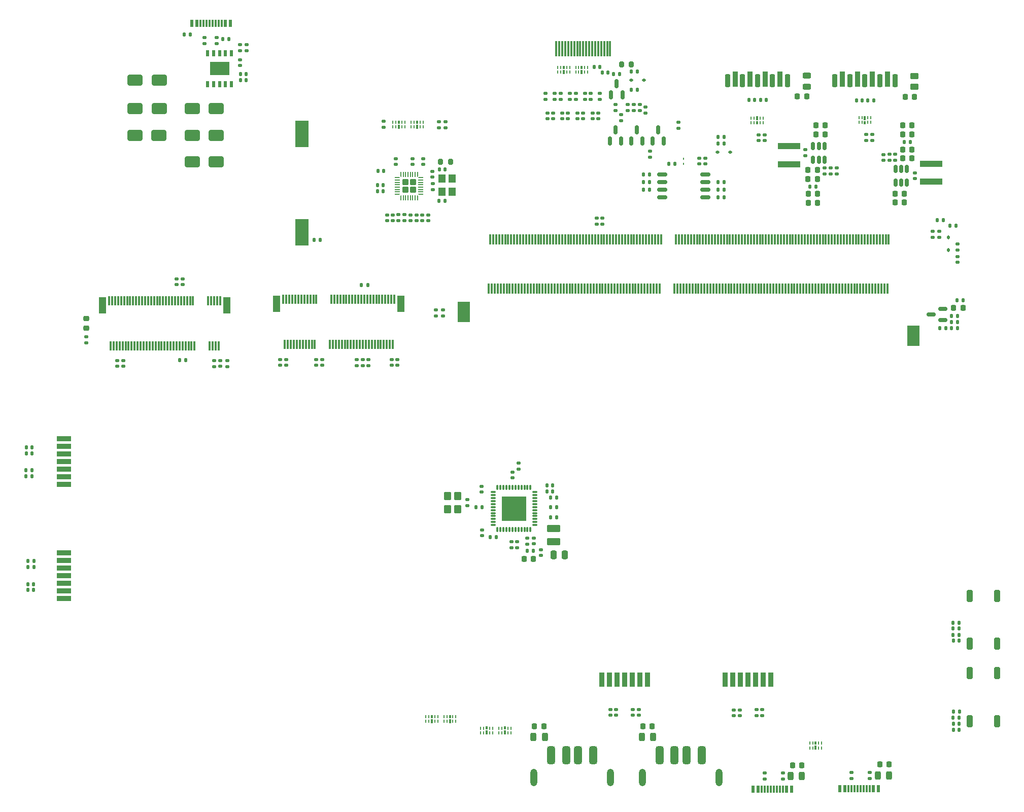
<source format=gbr>
%TF.GenerationSoftware,KiCad,Pcbnew,9.0.3*%
%TF.CreationDate,2025-07-29T21:44:47-04:00*%
%TF.ProjectId,[DFR1142]Lite Carrier for LattePanda Mu,5b444652-3131-4343-925d-4c6974652043,rev?*%
%TF.SameCoordinates,Original*%
%TF.FileFunction,Paste,Top*%
%TF.FilePolarity,Positive*%
%FSLAX46Y46*%
G04 Gerber Fmt 4.6, Leading zero omitted, Abs format (unit mm)*
G04 Created by KiCad (PCBNEW 9.0.3) date 2025-07-29 21:44:47*
%MOMM*%
%LPD*%
G01*
G04 APERTURE LIST*
G04 Aperture macros list*
%AMRoundRect*
0 Rectangle with rounded corners*
0 $1 Rounding radius*
0 $2 $3 $4 $5 $6 $7 $8 $9 X,Y pos of 4 corners*
0 Add a 4 corners polygon primitive as box body*
4,1,4,$2,$3,$4,$5,$6,$7,$8,$9,$2,$3,0*
0 Add four circle primitives for the rounded corners*
1,1,$1+$1,$2,$3*
1,1,$1+$1,$4,$5*
1,1,$1+$1,$6,$7*
1,1,$1+$1,$8,$9*
0 Add four rect primitives between the rounded corners*
20,1,$1+$1,$2,$3,$4,$5,0*
20,1,$1+$1,$4,$5,$6,$7,0*
20,1,$1+$1,$6,$7,$8,$9,0*
20,1,$1+$1,$8,$9,$2,$3,0*%
%AMFreePoly0*
4,1,14,0.085355,0.385355,0.100000,0.350000,0.100000,-0.350000,0.085355,-0.385355,0.050000,-0.400000,0.020711,-0.400000,-0.014644,-0.385355,-0.085355,-0.314644,-0.100000,-0.279289,-0.100000,0.350000,-0.085355,0.385355,-0.050000,0.400000,0.050000,0.400000,0.085355,0.385355,0.085355,0.385355,$1*%
%AMFreePoly1*
4,1,14,0.085355,0.385355,0.100000,0.350000,0.100000,-0.279289,0.085355,-0.314644,0.014644,-0.385355,-0.020711,-0.400000,-0.050000,-0.400000,-0.085355,-0.385355,-0.100000,-0.350000,-0.100000,0.350000,-0.085355,0.385355,-0.050000,0.400000,0.050000,0.400000,0.085355,0.385355,0.085355,0.385355,$1*%
%AMFreePoly2*
4,1,14,0.385355,0.085355,0.400000,0.050000,0.400000,-0.050000,0.385355,-0.085355,0.350000,-0.100000,-0.350000,-0.100000,-0.385355,-0.085355,-0.400000,-0.050000,-0.400000,-0.020711,-0.385355,0.014644,-0.314644,0.085355,-0.279289,0.100000,0.350000,0.100000,0.385355,0.085355,0.385355,0.085355,$1*%
%AMFreePoly3*
4,1,14,0.385355,0.085355,0.400000,0.050000,0.400000,-0.050000,0.385355,-0.085355,0.350000,-0.100000,-0.279289,-0.100000,-0.314644,-0.085355,-0.385355,-0.014644,-0.400000,0.020711,-0.400000,0.050000,-0.385355,0.085355,-0.350000,0.100000,0.350000,0.100000,0.385355,0.085355,0.385355,0.085355,$1*%
%AMFreePoly4*
4,1,14,0.014644,0.385355,0.085355,0.314644,0.100000,0.279289,0.100000,-0.350000,0.085355,-0.385355,0.050000,-0.400000,-0.050000,-0.400000,-0.085355,-0.385355,-0.100000,-0.350000,-0.100000,0.350000,-0.085355,0.385355,-0.050000,0.400000,-0.020711,0.400000,0.014644,0.385355,0.014644,0.385355,$1*%
%AMFreePoly5*
4,1,14,0.085355,0.385355,0.100000,0.350000,0.100000,-0.350000,0.085355,-0.385355,0.050000,-0.400000,-0.050000,-0.400000,-0.085355,-0.385355,-0.100000,-0.350000,-0.100000,0.279289,-0.085355,0.314644,-0.014644,0.385355,0.020711,0.400000,0.050000,0.400000,0.085355,0.385355,0.085355,0.385355,$1*%
%AMFreePoly6*
4,1,14,0.385355,0.085355,0.400000,0.050000,0.400000,0.020711,0.385355,-0.014644,0.314644,-0.085355,0.279289,-0.100000,-0.350000,-0.100000,-0.385355,-0.085355,-0.400000,-0.050000,-0.400000,0.050000,-0.385355,0.085355,-0.350000,0.100000,0.350000,0.100000,0.385355,0.085355,0.385355,0.085355,$1*%
%AMFreePoly7*
4,1,14,0.314644,0.085355,0.385355,0.014644,0.400000,-0.020711,0.400000,-0.050000,0.385355,-0.085355,0.350000,-0.100000,-0.350000,-0.100000,-0.385355,-0.085355,-0.400000,-0.050000,-0.400000,0.050000,-0.385355,0.085355,-0.350000,0.100000,0.279289,0.100000,0.314644,0.085355,0.314644,0.085355,$1*%
G04 Aperture macros list end*
%ADD10R,0.250000X0.625000*%
%ADD11R,0.400000X0.700000*%
%ADD12R,0.400000X0.575000*%
%ADD13RoundRect,0.135000X0.185000X-0.135000X0.185000X0.135000X-0.185000X0.135000X-0.185000X-0.135000X0*%
%ADD14RoundRect,0.135000X-0.135000X-0.185000X0.135000X-0.185000X0.135000X0.185000X-0.135000X0.185000X0*%
%ADD15RoundRect,0.135000X0.135000X0.185000X-0.135000X0.185000X-0.135000X-0.185000X0.135000X-0.185000X0*%
%ADD16RoundRect,0.162500X-0.650000X-0.162500X0.650000X-0.162500X0.650000X0.162500X-0.650000X0.162500X0*%
%ADD17RoundRect,0.062500X-0.062500X0.117500X-0.062500X-0.117500X0.062500X-0.117500X0.062500X0.117500X0*%
%ADD18RoundRect,0.140000X0.170000X-0.140000X0.170000X0.140000X-0.170000X0.140000X-0.170000X-0.140000X0*%
%ADD19RoundRect,0.218750X0.218750X0.256250X-0.218750X0.256250X-0.218750X-0.256250X0.218750X-0.256250X0*%
%ADD20RoundRect,0.140000X-0.140000X-0.170000X0.140000X-0.170000X0.140000X0.170000X-0.140000X0.170000X0*%
%ADD21R,2.300000X4.500000*%
%ADD22RoundRect,0.225000X-0.225000X-0.250000X0.225000X-0.250000X0.225000X0.250000X-0.225000X0.250000X0*%
%ADD23RoundRect,0.140000X-0.170000X0.140000X-0.170000X-0.140000X0.170000X-0.140000X0.170000X0.140000X0*%
%ADD24RoundRect,0.140000X0.140000X0.170000X-0.140000X0.170000X-0.140000X-0.170000X0.140000X-0.170000X0*%
%ADD25RoundRect,0.225000X0.225000X0.250000X-0.225000X0.250000X-0.225000X-0.250000X0.225000X-0.250000X0*%
%ADD26RoundRect,0.147500X0.147500X0.172500X-0.147500X0.172500X-0.147500X-0.172500X0.147500X-0.172500X0*%
%ADD27RoundRect,0.147500X0.172500X-0.147500X0.172500X0.147500X-0.172500X0.147500X-0.172500X-0.147500X0*%
%ADD28RoundRect,0.147500X-0.147500X-0.172500X0.147500X-0.172500X0.147500X0.172500X-0.147500X0.172500X0*%
%ADD29RoundRect,0.200000X0.200000X0.275000X-0.200000X0.275000X-0.200000X-0.275000X0.200000X-0.275000X0*%
%ADD30RoundRect,0.250000X0.450000X-0.262500X0.450000X0.262500X-0.450000X0.262500X-0.450000X-0.262500X0*%
%ADD31RoundRect,0.243750X0.456250X-0.243750X0.456250X0.243750X-0.456250X0.243750X-0.456250X-0.243750X0*%
%ADD32RoundRect,0.243750X0.243750X0.456250X-0.243750X0.456250X-0.243750X-0.456250X0.243750X-0.456250X0*%
%ADD33RoundRect,0.243750X-0.243750X-0.456250X0.243750X-0.456250X0.243750X0.456250X-0.243750X0.456250X0*%
%ADD34R,0.300000X2.600000*%
%ADD35R,1.200000X2.750000*%
%ADD36R,0.300000X1.550000*%
%ADD37R,0.600000X1.240000*%
%ADD38R,0.300000X1.240000*%
%ADD39RoundRect,0.225000X0.225000X0.850000X-0.225000X0.850000X-0.225000X-0.850000X0.225000X-0.850000X0*%
%ADD40RoundRect,0.225000X0.225000X1.075000X-0.225000X1.075000X-0.225000X-1.075000X0.225000X-1.075000X0*%
%ADD41RoundRect,0.325000X-0.325000X-1.175000X0.325000X-1.175000X0.325000X1.175000X-0.325000X1.175000X0*%
%ADD42O,1.200000X2.900000*%
%ADD43R,0.889000X2.387600*%
%ADD44R,2.387600X0.889000*%
%ADD45R,3.700000X1.100000*%
%ADD46RoundRect,0.150000X0.150000X-0.587500X0.150000X0.587500X-0.150000X0.587500X-0.150000X-0.587500X0*%
%ADD47RoundRect,0.150000X0.587500X0.150000X-0.587500X0.150000X-0.587500X-0.150000X0.587500X-0.150000X0*%
%ADD48RoundRect,0.135000X-0.185000X0.135000X-0.185000X-0.135000X0.185000X-0.135000X0.185000X0.135000X0*%
%ADD49FreePoly0,270.000000*%
%ADD50RoundRect,0.050000X-0.350000X0.050000X-0.350000X-0.050000X0.350000X-0.050000X0.350000X0.050000X0*%
%ADD51FreePoly1,270.000000*%
%ADD52FreePoly2,270.000000*%
%ADD53RoundRect,0.050000X-0.050000X0.350000X-0.050000X-0.350000X0.050000X-0.350000X0.050000X0.350000X0*%
%ADD54FreePoly3,270.000000*%
%ADD55FreePoly4,270.000000*%
%ADD56FreePoly5,270.000000*%
%ADD57FreePoly6,270.000000*%
%ADD58FreePoly7,270.000000*%
%ADD59RoundRect,0.250000X-0.285000X0.285000X-0.285000X-0.285000X0.285000X-0.285000X0.285000X0.285000X0*%
%ADD60R,0.510000X1.100000*%
%ADD61R,3.200000X2.300000*%
%ADD62RoundRect,0.150000X-0.150000X0.512500X-0.150000X-0.512500X0.150000X-0.512500X0.150000X0.512500X0*%
%ADD63RoundRect,0.150000X0.150000X-0.512500X0.150000X0.512500X-0.150000X0.512500X-0.150000X-0.512500X0*%
%ADD64R,1.200000X1.400000*%
%ADD65RoundRect,0.112500X-0.187500X-0.112500X0.187500X-0.112500X0.187500X0.112500X-0.187500X0.112500X0*%
%ADD66R,0.450000X0.700000*%
%ADD67R,0.450000X0.575000*%
%ADD68RoundRect,0.250000X1.000000X0.650000X-1.000000X0.650000X-1.000000X-0.650000X1.000000X-0.650000X0*%
%ADD69RoundRect,0.250000X-1.000000X-0.650000X1.000000X-0.650000X1.000000X0.650000X-1.000000X0.650000X0*%
%ADD70RoundRect,0.250000X0.350000X-0.450000X0.350000X0.450000X-0.350000X0.450000X-0.350000X-0.450000X0*%
%ADD71RoundRect,0.218750X-0.256250X0.218750X-0.256250X-0.218750X0.256250X-0.218750X0.256250X0.218750X0*%
%ADD72RoundRect,0.250000X0.250000X-0.750000X0.250000X0.750000X-0.250000X0.750000X-0.250000X-0.750000X0*%
%ADD73RoundRect,0.250000X-0.250000X-0.475000X0.250000X-0.475000X0.250000X0.475000X-0.250000X0.475000X0*%
%ADD74RoundRect,0.218750X-0.218750X-0.256250X0.218750X-0.256250X0.218750X0.256250X-0.218750X0.256250X0*%
%ADD75RoundRect,0.112500X0.112500X-0.187500X0.112500X0.187500X-0.112500X0.187500X-0.112500X-0.187500X0*%
%ADD76O,1.000000X0.280000*%
%ADD77O,0.280000X1.000000*%
%ADD78R,4.100000X4.100000*%
%ADD79RoundRect,0.250000X-0.850000X0.375000X-0.850000X-0.375000X0.850000X-0.375000X0.850000X0.375000X0*%
%ADD80R,2.000000X3.500000*%
%ADD81R,0.300000X1.750000*%
G04 APERTURE END LIST*
D10*
%TO.C,U12*%
X199900000Y-180740000D03*
X200400000Y-180740000D03*
D11*
X200900000Y-180702500D03*
D10*
X201400000Y-180740000D03*
X201900000Y-180740000D03*
X201900000Y-179965000D03*
X201400000Y-179965000D03*
D12*
X200900000Y-179940000D03*
D10*
X200400000Y-179965000D03*
X199900000Y-179965000D03*
%TD*%
D13*
%TO.C,R95*%
X232925000Y-79835000D03*
X232925000Y-78815000D03*
%TD*%
D14*
%TO.C,R88*%
X228047500Y-87490000D03*
X227027500Y-87490000D03*
%TD*%
%TO.C,R92*%
X228047500Y-90040000D03*
X227027500Y-90040000D03*
%TD*%
%TO.C,R89*%
X240532500Y-90040000D03*
X239512500Y-90040000D03*
%TD*%
D15*
%TO.C,R90*%
X239527500Y-91315000D03*
X240547500Y-91315000D03*
%TD*%
D14*
%TO.C,R91*%
X228047500Y-88765000D03*
X227027500Y-88765000D03*
%TD*%
D15*
%TO.C,R93*%
X239512500Y-88765000D03*
X240532500Y-88765000D03*
%TD*%
D16*
%TO.C,U79*%
X237362500Y-87495000D03*
X237362500Y-88765000D03*
X237362500Y-90035000D03*
X237362500Y-91305000D03*
X230187500Y-91305000D03*
X230187500Y-90035000D03*
X230187500Y-88765000D03*
X230187500Y-87495000D03*
%TD*%
D15*
%TO.C,R94*%
X232310000Y-85725000D03*
X231290000Y-85725000D03*
%TD*%
D17*
%TO.C,D79*%
X233725000Y-85722500D03*
X233725000Y-84882500D03*
%TD*%
D18*
%TO.C,C122*%
X236370000Y-85750000D03*
X236370000Y-84790000D03*
%TD*%
%TO.C,C121*%
X237375000Y-85750000D03*
X237375000Y-84790000D03*
%TD*%
D15*
%TO.C,R87*%
X208685000Y-150325000D03*
X207665000Y-150325000D03*
%TD*%
D19*
%TO.C,D78*%
X208687500Y-151675000D03*
X207112500Y-151675000D03*
%TD*%
D20*
%TO.C,C114*%
X125050000Y-134080000D03*
X124090000Y-134080000D03*
%TD*%
%TO.C,C118*%
X125055000Y-133080000D03*
X124095000Y-133080000D03*
%TD*%
D21*
%TO.C,BT1*%
X170025000Y-80800000D03*
X170025000Y-97200000D03*
%TD*%
D18*
%TO.C,C17*%
X211025000Y-77250000D03*
X211025000Y-78210000D03*
%TD*%
%TO.C,C18*%
X211950000Y-77250000D03*
X211950000Y-78210000D03*
%TD*%
%TO.C,C19*%
X213525000Y-77250000D03*
X213525000Y-78210000D03*
%TD*%
%TO.C,C20*%
X214450000Y-77250000D03*
X214450000Y-78210000D03*
%TD*%
%TO.C,C21*%
X216075000Y-77245000D03*
X216075000Y-78205000D03*
%TD*%
%TO.C,C22*%
X217000000Y-77245000D03*
X217000000Y-78205000D03*
%TD*%
%TO.C,C23*%
X218555621Y-77245000D03*
X218555621Y-78205000D03*
%TD*%
%TO.C,C24*%
X219475000Y-77245000D03*
X219475000Y-78205000D03*
%TD*%
D20*
%TO.C,C25*%
X226010000Y-70375000D03*
X225050000Y-70375000D03*
%TD*%
D18*
%TO.C,C26*%
X264250000Y-80882500D03*
X264250000Y-81842500D03*
%TD*%
%TO.C,C27*%
X265250000Y-80882500D03*
X265250000Y-81842500D03*
%TD*%
%TO.C,C28*%
X246288999Y-80900000D03*
X246288999Y-81860000D03*
%TD*%
%TO.C,C29*%
X247288999Y-80895000D03*
X247288999Y-81855000D03*
%TD*%
D22*
%TO.C,C31*%
X272275000Y-74575000D03*
X270725000Y-74575000D03*
%TD*%
%TO.C,C32*%
X254288999Y-74525000D03*
X252738999Y-74525000D03*
%TD*%
D18*
%TO.C,C33*%
X188166150Y-94270000D03*
X188166150Y-95230000D03*
%TD*%
D23*
%TO.C,C34*%
X191842669Y-87950793D03*
X191842669Y-86990793D03*
%TD*%
%TO.C,C35*%
X188566150Y-85850000D03*
X188566150Y-84890000D03*
%TD*%
%TO.C,C36*%
X185691150Y-85855000D03*
X185691150Y-84895000D03*
%TD*%
D20*
%TO.C,C37*%
X183730000Y-86950000D03*
X182770000Y-86950000D03*
%TD*%
D24*
%TO.C,C38*%
X182640000Y-90325000D03*
X183600000Y-90325000D03*
%TD*%
D23*
%TO.C,C39*%
X185191150Y-95255000D03*
X185191150Y-94295000D03*
%TD*%
D18*
%TO.C,C40*%
X191166150Y-94270000D03*
X191166150Y-95230000D03*
%TD*%
D23*
%TO.C,C41*%
X190316150Y-85855000D03*
X190316150Y-84895000D03*
%TD*%
D24*
%TO.C,C42*%
X182640000Y-89350000D03*
X183600000Y-89350000D03*
%TD*%
D23*
%TO.C,C43*%
X184266150Y-95255000D03*
X184266150Y-94295000D03*
%TD*%
D18*
%TO.C,C44*%
X190166150Y-94270000D03*
X190166150Y-95230000D03*
%TD*%
%TO.C,C45*%
X189166150Y-94270000D03*
X189166150Y-95230000D03*
%TD*%
D24*
%TO.C,C46*%
X192982669Y-86700793D03*
X193942669Y-86700793D03*
%TD*%
%TO.C,C47*%
X192967669Y-91975793D03*
X193927669Y-91975793D03*
%TD*%
D23*
%TO.C,C48*%
X192925000Y-79700000D03*
X192925000Y-78740000D03*
%TD*%
%TO.C,C49*%
X150150000Y-105905000D03*
X150150000Y-104945000D03*
%TD*%
%TO.C,C50*%
X149175000Y-105905000D03*
X149175000Y-104945000D03*
%TD*%
D18*
%TO.C,C51*%
X139275000Y-118565000D03*
X139275000Y-119525000D03*
%TD*%
%TO.C,C52*%
X140275000Y-118565000D03*
X140275000Y-119525000D03*
%TD*%
%TO.C,C53*%
X155425000Y-118620000D03*
X155425000Y-119580000D03*
%TD*%
%TO.C,C54*%
X156425000Y-118615000D03*
X156425000Y-119575000D03*
%TD*%
%TO.C,C55*%
X172450000Y-118445000D03*
X172450000Y-119405000D03*
%TD*%
%TO.C,C56*%
X173450000Y-118445000D03*
X173450000Y-119405000D03*
%TD*%
%TO.C,C57*%
X185025000Y-118425000D03*
X185025000Y-119385000D03*
%TD*%
%TO.C,C58*%
X186000000Y-118425000D03*
X186000000Y-119385000D03*
%TD*%
%TO.C,C59*%
X166450000Y-118425000D03*
X166450000Y-119385000D03*
%TD*%
%TO.C,C60*%
X167450000Y-118425000D03*
X167450000Y-119385000D03*
%TD*%
D23*
%TO.C,C61*%
X159747387Y-69326000D03*
X159747387Y-68366000D03*
%TD*%
D22*
%TO.C,C64*%
X270600000Y-92225000D03*
X269050000Y-92225000D03*
%TD*%
D25*
%TO.C,C65*%
X255813999Y-79350000D03*
X257363999Y-79350000D03*
%TD*%
D24*
%TO.C,C66*%
X278740000Y-165375000D03*
X279700000Y-165375000D03*
%TD*%
D22*
%TO.C,C67*%
X270600000Y-90725000D03*
X269050000Y-90725000D03*
%TD*%
D25*
%TO.C,C68*%
X255813999Y-80850000D03*
X257363999Y-80850000D03*
%TD*%
D24*
%TO.C,C69*%
X278770000Y-180225000D03*
X279730000Y-180225000D03*
%TD*%
D18*
%TO.C,C70*%
X272325000Y-87270000D03*
X272325000Y-88230000D03*
%TD*%
D23*
%TO.C,C71*%
X254088999Y-84385000D03*
X254088999Y-83425000D03*
%TD*%
D22*
%TO.C,C74*%
X271850000Y-84850000D03*
X270300000Y-84850000D03*
%TD*%
D25*
%TO.C,C75*%
X254513999Y-86800000D03*
X256063999Y-86800000D03*
%TD*%
D22*
%TO.C,C76*%
X271850000Y-83350000D03*
X270300000Y-83350000D03*
%TD*%
D25*
%TO.C,C77*%
X254513999Y-88275000D03*
X256063999Y-88275000D03*
%TD*%
D24*
%TO.C,C78*%
X270590000Y-82100000D03*
X271550000Y-82100000D03*
%TD*%
D20*
%TO.C,C79*%
X255813999Y-89525000D03*
X254853999Y-89525000D03*
%TD*%
D22*
%TO.C,C80*%
X271850000Y-80850000D03*
X270300000Y-80850000D03*
%TD*%
D25*
%TO.C,C81*%
X254538999Y-90775000D03*
X256088999Y-90775000D03*
%TD*%
D22*
%TO.C,C82*%
X271850000Y-79350000D03*
X270300000Y-79350000D03*
%TD*%
D25*
%TO.C,C83*%
X254538999Y-92250000D03*
X256088999Y-92250000D03*
%TD*%
D23*
%TO.C,C84*%
X279450000Y-102180000D03*
X279450000Y-101220000D03*
%TD*%
D22*
%TO.C,C86*%
X253485000Y-186135000D03*
X251935000Y-186135000D03*
%TD*%
%TO.C,C87*%
X268040000Y-186010000D03*
X266490000Y-186010000D03*
%TD*%
D25*
%TO.C,C88*%
X226965000Y-179660000D03*
X228515000Y-179660000D03*
%TD*%
%TO.C,C89*%
X208865000Y-179660000D03*
X210415000Y-179660000D03*
%TD*%
D20*
%TO.C,C116*%
X125325000Y-153100000D03*
X124365000Y-153100000D03*
%TD*%
%TO.C,C120*%
X125325000Y-152075000D03*
X124365000Y-152075000D03*
%TD*%
D26*
%TO.C,D1*%
X218805000Y-69575000D03*
X219775000Y-69575000D03*
%TD*%
D27*
%TO.C,D2*%
X224450000Y-75865000D03*
X224450000Y-76835000D03*
%TD*%
D28*
%TO.C,D3*%
X221135000Y-70550000D03*
X220165000Y-70550000D03*
%TD*%
%TO.C,D5*%
X245608999Y-75075000D03*
X244638999Y-75075000D03*
%TD*%
D26*
%TO.C,D6*%
X246563999Y-75075000D03*
X247533999Y-75075000D03*
%TD*%
D28*
%TO.C,D7*%
X263545000Y-75157500D03*
X262575000Y-75157500D03*
%TD*%
D26*
%TO.C,D8*%
X264475000Y-75157500D03*
X265445000Y-75157500D03*
%TD*%
D27*
%TO.C,D10*%
X153825000Y-64700000D03*
X153825000Y-65670000D03*
%TD*%
%TO.C,D11*%
X155825000Y-64700000D03*
X155825000Y-65670000D03*
%TD*%
D26*
%TO.C,D12*%
X150455000Y-64200000D03*
X151425000Y-64200000D03*
%TD*%
D28*
%TO.C,D13*%
X160760000Y-70750000D03*
X159790000Y-70750000D03*
%TD*%
%TO.C,D14*%
X160760000Y-71775000D03*
X159790000Y-71775000D03*
%TD*%
%TO.C,D21*%
X279705000Y-164375000D03*
X278735000Y-164375000D03*
%TD*%
%TO.C,D25*%
X279710000Y-179225000D03*
X278740000Y-179225000D03*
%TD*%
D29*
%TO.C,F1*%
X223400000Y-69125000D03*
X225050000Y-69125000D03*
%TD*%
D30*
%TO.C,F4*%
X272250000Y-71100000D03*
X272250000Y-72925000D03*
%TD*%
D31*
%TO.C,F5*%
X254288999Y-71025000D03*
X254288999Y-72900000D03*
%TD*%
D32*
%TO.C,F78*%
X251622500Y-187935000D03*
X253497500Y-187935000D03*
%TD*%
%TO.C,F79*%
X266177500Y-187835000D03*
X268052500Y-187835000D03*
%TD*%
D33*
%TO.C,F80*%
X228640000Y-181435000D03*
X226765000Y-181435000D03*
%TD*%
%TO.C,F81*%
X210590000Y-181410000D03*
X208715000Y-181410000D03*
%TD*%
D34*
%TO.C,J3*%
X221500000Y-66505000D03*
X221000000Y-66505000D03*
X220500000Y-66505000D03*
X220000000Y-66505000D03*
X219500000Y-66505000D03*
X219000000Y-66505000D03*
X218500000Y-66505000D03*
X218000000Y-66505000D03*
X217500000Y-66505000D03*
X217000000Y-66505000D03*
X216500000Y-66505000D03*
X216000000Y-66505000D03*
X215500000Y-66505000D03*
X215000000Y-66505000D03*
X214500000Y-66505000D03*
X214000000Y-66505000D03*
X213500000Y-66505000D03*
X213000000Y-66505000D03*
X212500000Y-66505000D03*
%TD*%
D35*
%TO.C,J15*%
X157500000Y-109375000D03*
X136800000Y-109375000D03*
D36*
X156400000Y-108600000D03*
X156150000Y-116150000D03*
X155900000Y-108600000D03*
X155650000Y-116150000D03*
X155400000Y-108600000D03*
X155150000Y-116150000D03*
X154900000Y-108600000D03*
X154650000Y-116150000D03*
X154400000Y-108600000D03*
X152150000Y-116150000D03*
X151900000Y-108600000D03*
X151650000Y-116150000D03*
X151400000Y-108600000D03*
X151150000Y-116150000D03*
X150900000Y-108600000D03*
X150650000Y-116150000D03*
X150400000Y-108600000D03*
X150150000Y-116150000D03*
X149900000Y-108600000D03*
X149650000Y-116150000D03*
X149400000Y-108600000D03*
X149150000Y-116150000D03*
X148900000Y-108600000D03*
X148650000Y-116150000D03*
X148400000Y-108600000D03*
X148150000Y-116150000D03*
X147900000Y-108600000D03*
X147650000Y-116150000D03*
X147400000Y-108600000D03*
X147150000Y-116150000D03*
X146900000Y-108600000D03*
X146650000Y-116150000D03*
X146400000Y-108600000D03*
X146150000Y-116150000D03*
X145900000Y-108600000D03*
X145650000Y-116150000D03*
X145400000Y-108600000D03*
X145150000Y-116150000D03*
X144900000Y-108600000D03*
X144650000Y-116150000D03*
X144400000Y-108600000D03*
X144150000Y-116150000D03*
X143900000Y-108600000D03*
X143650000Y-116150000D03*
X143400000Y-108600000D03*
X143150000Y-116150000D03*
X142900000Y-108600000D03*
X142650000Y-116150000D03*
X142400000Y-108600000D03*
X142150000Y-116150000D03*
X141900000Y-108600000D03*
X141650000Y-116150000D03*
X141400000Y-108600000D03*
X141150000Y-116150000D03*
X140900000Y-108600000D03*
X140650000Y-116150000D03*
X140400000Y-108600000D03*
X140150000Y-116150000D03*
X139900000Y-108600000D03*
X139650000Y-116150000D03*
X139400000Y-108600000D03*
X139150000Y-116150000D03*
X138900000Y-108600000D03*
X138650000Y-116150000D03*
X138400000Y-108600000D03*
X138150000Y-116150000D03*
X137900000Y-108600000D03*
%TD*%
D35*
%TO.C,J16*%
X186575000Y-109100000D03*
X165875000Y-109100000D03*
D36*
X185475000Y-108325000D03*
X185225000Y-115875000D03*
X184975000Y-108325000D03*
X184725000Y-115875000D03*
X184475000Y-108325000D03*
X184225000Y-115875000D03*
X183975000Y-108325000D03*
X183725000Y-115875000D03*
X183475000Y-108325000D03*
X183225000Y-115875000D03*
X182975000Y-108325000D03*
X182725000Y-115875000D03*
X182475000Y-108325000D03*
X182225000Y-115875000D03*
X181975000Y-108325000D03*
X181725000Y-115875000D03*
X181475000Y-108325000D03*
X181225000Y-115875000D03*
X180975000Y-108325000D03*
X180725000Y-115875000D03*
X180475000Y-108325000D03*
X180225000Y-115875000D03*
X179975000Y-108325000D03*
X179725000Y-115875000D03*
X179475000Y-108325000D03*
X179225000Y-115875000D03*
X178975000Y-108325000D03*
X178725000Y-115875000D03*
X178475000Y-108325000D03*
X178225000Y-115875000D03*
X177975000Y-108325000D03*
X177725000Y-115875000D03*
X177475000Y-108325000D03*
X177225000Y-115875000D03*
X176975000Y-108325000D03*
X176725000Y-115875000D03*
X176475000Y-108325000D03*
X176225000Y-115875000D03*
X175975000Y-108325000D03*
X175725000Y-115875000D03*
X175475000Y-108325000D03*
X175225000Y-115875000D03*
X174975000Y-108325000D03*
X174725000Y-115875000D03*
X172475000Y-108325000D03*
X172225000Y-115875000D03*
X171975000Y-108325000D03*
X171725000Y-115875000D03*
X171475000Y-108325000D03*
X171225000Y-115875000D03*
X170975000Y-108325000D03*
X170725000Y-115875000D03*
X170475000Y-108325000D03*
X170225000Y-115875000D03*
X169975000Y-108325000D03*
X169725000Y-115875000D03*
X169475000Y-108325000D03*
X169225000Y-115875000D03*
X168975000Y-108325000D03*
X168725000Y-115875000D03*
X168475000Y-108325000D03*
X168225000Y-115875000D03*
X167975000Y-108325000D03*
X167725000Y-115875000D03*
X167475000Y-108325000D03*
X167225000Y-115875000D03*
X166975000Y-108325000D03*
%TD*%
D37*
%TO.C,J18*%
X158100000Y-62275000D03*
X157300000Y-62275000D03*
D38*
X156650000Y-62275000D03*
X155650000Y-62275000D03*
X154150000Y-62275000D03*
X153150000Y-62275000D03*
D37*
X152500000Y-62275000D03*
X151700000Y-62275000D03*
X151700000Y-62275000D03*
X152500000Y-62275000D03*
D38*
X153650000Y-62275000D03*
X154650000Y-62275000D03*
X155150000Y-62275000D03*
X156150000Y-62275000D03*
D37*
X157300000Y-62275000D03*
X158100000Y-62275000D03*
%TD*%
D39*
%TO.C,J78*%
X251088999Y-71845000D03*
X248588999Y-71845000D03*
X246088999Y-71845000D03*
X243588999Y-71845000D03*
X241088999Y-71845000D03*
D40*
X242338999Y-71620000D03*
X244838999Y-71620000D03*
X247338999Y-71620000D03*
X249838999Y-71620000D03*
%TD*%
D37*
%TO.C,J79*%
X259840000Y-190060000D03*
X260640000Y-190060000D03*
D38*
X261290000Y-190060000D03*
X262290000Y-190060000D03*
X263790000Y-190060000D03*
X264790000Y-190060000D03*
D37*
X265440000Y-190060000D03*
X266240000Y-190060000D03*
X266240000Y-190060000D03*
X265440000Y-190060000D03*
D38*
X264290000Y-190060000D03*
X263290000Y-190060000D03*
X262790000Y-190060000D03*
X261790000Y-190060000D03*
D37*
X260640000Y-190060000D03*
X259840000Y-190060000D03*
%TD*%
D39*
%TO.C,J80*%
X269000000Y-71852500D03*
X266500000Y-71852500D03*
X264000000Y-71852500D03*
X261500000Y-71852500D03*
X259000000Y-71852500D03*
D40*
X260250000Y-71627500D03*
X262750000Y-71627500D03*
X265250000Y-71627500D03*
X267750000Y-71627500D03*
%TD*%
D37*
%TO.C,J81*%
X245340000Y-190110000D03*
X246140000Y-190110000D03*
D38*
X246790000Y-190110000D03*
X247790000Y-190110000D03*
X249290000Y-190110000D03*
X250290000Y-190110000D03*
D37*
X250940000Y-190110000D03*
X251740000Y-190110000D03*
X251740000Y-190110000D03*
X250940000Y-190110000D03*
D38*
X249790000Y-190110000D03*
X248790000Y-190110000D03*
X248290000Y-190110000D03*
X247290000Y-190110000D03*
D37*
X246140000Y-190110000D03*
X245340000Y-190110000D03*
%TD*%
D41*
%TO.C,J82*%
X236750000Y-184500000D03*
X234250000Y-184500000D03*
X232250000Y-184500000D03*
X229750000Y-184500000D03*
D42*
X239650000Y-188200000D03*
X226850000Y-188200000D03*
%TD*%
D41*
%TO.C,J83*%
X218650000Y-184500000D03*
X216150000Y-184500000D03*
X214150000Y-184500000D03*
X211650000Y-184500000D03*
D42*
X221550000Y-188200000D03*
X208750000Y-188200000D03*
%TD*%
D43*
%TO.C,J84*%
X240685000Y-171843400D03*
X241955000Y-171843400D03*
X243225000Y-171843400D03*
X244495000Y-171843400D03*
X245765000Y-171843400D03*
X247035000Y-171843400D03*
X248305000Y-171843400D03*
%TD*%
%TO.C,J85*%
X220095000Y-171850000D03*
X221365000Y-171850000D03*
X222635000Y-171850000D03*
X223905000Y-171850000D03*
X225175000Y-171850000D03*
X226445000Y-171850000D03*
X227715000Y-171850000D03*
%TD*%
D44*
%TO.C,J86*%
X130400000Y-139300000D03*
X130400000Y-138030000D03*
X130400000Y-136760000D03*
X130400000Y-135490000D03*
X130400000Y-134220000D03*
X130400000Y-132950000D03*
X130400000Y-131680000D03*
%TD*%
%TO.C,J87*%
X130381600Y-150680000D03*
X130381600Y-151950000D03*
X130381600Y-153220000D03*
X130381600Y-154490000D03*
X130381600Y-155760000D03*
X130381600Y-157030000D03*
X130381600Y-158300000D03*
%TD*%
D45*
%TO.C,L1*%
X275050000Y-85725000D03*
X275050000Y-88725000D03*
%TD*%
%TO.C,L2*%
X251363999Y-85825000D03*
X251363999Y-82825000D03*
%TD*%
D46*
%TO.C,Q1*%
X225950000Y-80075000D03*
X226900000Y-81950000D03*
X225000000Y-81950000D03*
%TD*%
%TO.C,Q2*%
X222375000Y-80062500D03*
X223325000Y-81937500D03*
X221425000Y-81937500D03*
%TD*%
%TO.C,Q3*%
X222600000Y-72375000D03*
X223550000Y-74250000D03*
X221650000Y-74250000D03*
%TD*%
%TO.C,Q4*%
X229500000Y-80075000D03*
X230450000Y-81950000D03*
X228550000Y-81950000D03*
%TD*%
D47*
%TO.C,Q8*%
X275085000Y-110900000D03*
X276960000Y-109950000D03*
X276960000Y-111850000D03*
%TD*%
D15*
%TO.C,R1*%
X172100000Y-98475000D03*
X173120000Y-98475000D03*
%TD*%
%TO.C,R2*%
X239465000Y-81275000D03*
X240485000Y-81275000D03*
%TD*%
%TO.C,R3*%
X224990000Y-73350000D03*
X226010000Y-73350000D03*
%TD*%
D48*
%TO.C,R4*%
X227400000Y-77310000D03*
X227400000Y-76290000D03*
%TD*%
%TO.C,R5*%
X223325000Y-78570000D03*
X223325000Y-77550000D03*
%TD*%
D13*
%TO.C,R6*%
X226450000Y-75840000D03*
X226450000Y-76860000D03*
%TD*%
D48*
%TO.C,R7*%
X219750000Y-74985000D03*
X219750000Y-73965000D03*
%TD*%
%TO.C,R8*%
X218275000Y-74985000D03*
X218275000Y-73965000D03*
%TD*%
%TO.C,R9*%
X217275000Y-74990000D03*
X217275000Y-73970000D03*
%TD*%
%TO.C,R10*%
X215750000Y-74985000D03*
X215750000Y-73965000D03*
%TD*%
D13*
%TO.C,R11*%
X225450000Y-75840000D03*
X225450000Y-76860000D03*
%TD*%
D48*
%TO.C,R13*%
X214750000Y-74985000D03*
X214750000Y-73965000D03*
%TD*%
%TO.C,R14*%
X213225000Y-74985000D03*
X213225000Y-73965000D03*
%TD*%
%TO.C,R15*%
X222375000Y-76860000D03*
X222375000Y-75840000D03*
%TD*%
%TO.C,R16*%
X212225000Y-74985000D03*
X212225000Y-73965000D03*
%TD*%
%TO.C,R17*%
X210725000Y-74975000D03*
X210725000Y-73955000D03*
%TD*%
D15*
%TO.C,R18*%
X222080000Y-70775000D03*
X223100000Y-70775000D03*
%TD*%
D13*
%TO.C,R19*%
X228175000Y-83665000D03*
X228175000Y-84685000D03*
%TD*%
%TO.C,R20*%
X186191150Y-94240000D03*
X186191150Y-95260000D03*
%TD*%
%TO.C,R21*%
X187166150Y-94240000D03*
X187166150Y-95260000D03*
%TD*%
D29*
%TO.C,R22*%
X193216150Y-85425000D03*
X194866150Y-85425000D03*
%TD*%
D48*
%TO.C,R23*%
X191942669Y-90085793D03*
X191942669Y-89065793D03*
%TD*%
%TO.C,R24*%
X194025000Y-79730000D03*
X194025000Y-78710000D03*
%TD*%
%TO.C,R25*%
X183725000Y-79695000D03*
X183725000Y-78675000D03*
%TD*%
D15*
%TO.C,R27*%
X149630000Y-118500000D03*
X150650000Y-118500000D03*
%TD*%
D48*
%TO.C,R29*%
X157625000Y-119595000D03*
X157625000Y-118575000D03*
%TD*%
%TO.C,R30*%
X134125000Y-115645000D03*
X134125000Y-114625000D03*
%TD*%
D14*
%TO.C,R32*%
X181035000Y-105949000D03*
X180015000Y-105949000D03*
%TD*%
D48*
%TO.C,R33*%
X179225000Y-119450000D03*
X179225000Y-118430000D03*
%TD*%
%TO.C,R34*%
X181200000Y-119445000D03*
X181200000Y-118425000D03*
%TD*%
D13*
%TO.C,R35*%
X180225000Y-118425000D03*
X180225000Y-119445000D03*
%TD*%
D48*
%TO.C,R36*%
X159747387Y-66861000D03*
X159747387Y-65841000D03*
%TD*%
D14*
%TO.C,R37*%
X157885000Y-64950000D03*
X156865000Y-64950000D03*
%TD*%
D13*
%TO.C,R43*%
X160825000Y-65850000D03*
X160825000Y-66870000D03*
%TD*%
D15*
%TO.C,R46*%
X278465000Y-112150000D03*
X279485000Y-112150000D03*
%TD*%
%TO.C,R47*%
X278465000Y-113150000D03*
X279485000Y-113150000D03*
%TD*%
%TO.C,R48*%
X278705000Y-163350000D03*
X279725000Y-163350000D03*
%TD*%
D14*
%TO.C,R49*%
X277535000Y-113150000D03*
X276515000Y-113150000D03*
%TD*%
D15*
%TO.C,R51*%
X278470000Y-111150000D03*
X279490000Y-111150000D03*
%TD*%
%TO.C,R52*%
X279350000Y-108525000D03*
X280370000Y-108525000D03*
%TD*%
%TO.C,R53*%
X239465000Y-82325000D03*
X240485000Y-82325000D03*
%TD*%
%TO.C,R55*%
X278715000Y-178225000D03*
X279735000Y-178225000D03*
%TD*%
D13*
%TO.C,R57*%
X268100000Y-84155000D03*
X268100000Y-85175000D03*
%TD*%
D48*
%TO.C,R58*%
X269075000Y-85175000D03*
X269075000Y-84155000D03*
%TD*%
%TO.C,R59*%
X258288999Y-87445000D03*
X258288999Y-86425000D03*
%TD*%
D13*
%TO.C,R60*%
X257288999Y-86425000D03*
X257288999Y-87445000D03*
%TD*%
%TO.C,R68*%
X276375000Y-97015000D03*
X276375000Y-98035000D03*
%TD*%
D14*
%TO.C,R69*%
X279175000Y-96050000D03*
X278155000Y-96050000D03*
%TD*%
D13*
%TO.C,R72*%
X279450000Y-99150000D03*
X279450000Y-100170000D03*
%TD*%
%TO.C,R76*%
X219225000Y-94830000D03*
X219225000Y-95850000D03*
%TD*%
%TO.C,R77*%
X220225000Y-94830000D03*
X220225000Y-95850000D03*
%TD*%
D48*
%TO.C,R80*%
X247310000Y-188420000D03*
X247310000Y-187400000D03*
%TD*%
%TO.C,R81*%
X250310000Y-188420000D03*
X250310000Y-187400000D03*
%TD*%
%TO.C,R82*%
X261790000Y-188410000D03*
X261790000Y-187390000D03*
%TD*%
%TO.C,R83*%
X264790000Y-188410000D03*
X264790000Y-187390000D03*
%TD*%
D10*
%TO.C,U1*%
X212750000Y-69675000D03*
X213250000Y-69675000D03*
D12*
X213750000Y-69650000D03*
D10*
X214250000Y-69675000D03*
X214750000Y-69675000D03*
X214750000Y-70450000D03*
X214250000Y-70450000D03*
D11*
X213750000Y-70412500D03*
D10*
X213250000Y-70450000D03*
X212750000Y-70450000D03*
%TD*%
%TO.C,U2*%
X215750000Y-69675000D03*
X216250000Y-69675000D03*
D12*
X216750000Y-69650000D03*
D10*
X217250000Y-69675000D03*
X217750000Y-69675000D03*
X217750000Y-70450000D03*
X217250000Y-70450000D03*
D11*
X216750000Y-70412500D03*
D10*
X216250000Y-70450000D03*
X215750000Y-70450000D03*
%TD*%
%TO.C,U3*%
X265000000Y-78845000D03*
X264500000Y-78845000D03*
D12*
X264000000Y-78870000D03*
D10*
X263500000Y-78845000D03*
X263000000Y-78845000D03*
X263000000Y-78070000D03*
X263500000Y-78070000D03*
D11*
X264000000Y-78107500D03*
D10*
X264500000Y-78070000D03*
X265000000Y-78070000D03*
%TD*%
%TO.C,U4*%
X254790000Y-182472500D03*
X255290000Y-182472500D03*
D12*
X255790000Y-182447500D03*
D10*
X256290000Y-182472500D03*
X256790000Y-182472500D03*
X256790000Y-183247500D03*
X256290000Y-183247500D03*
D11*
X255790000Y-183210000D03*
D10*
X255290000Y-183247500D03*
X254790000Y-183247500D03*
%TD*%
%TO.C,U5*%
X247038999Y-78900000D03*
X246538999Y-78900000D03*
D12*
X246038999Y-78925000D03*
D10*
X245538999Y-78900000D03*
X245038999Y-78900000D03*
X245038999Y-78125000D03*
X245538999Y-78125000D03*
D11*
X246038999Y-78162500D03*
D10*
X246538999Y-78125000D03*
X247038999Y-78125000D03*
%TD*%
D49*
%TO.C,U6*%
X189916150Y-88050000D03*
D50*
X189916150Y-88450000D03*
X189916150Y-88850000D03*
X189916150Y-89250000D03*
X189916150Y-89650000D03*
X189916150Y-90050000D03*
X189916150Y-90450000D03*
D51*
X189916150Y-90850000D03*
D52*
X189366150Y-91400000D03*
D53*
X188966150Y-91400000D03*
X188566150Y-91400000D03*
X188166150Y-91400000D03*
X187766150Y-91400000D03*
X187366150Y-91400000D03*
X186966150Y-91400000D03*
D54*
X186566150Y-91400000D03*
D55*
X186016150Y-90850000D03*
D50*
X186016150Y-90450000D03*
X186016150Y-90050000D03*
X186016150Y-89650000D03*
X186016150Y-89250000D03*
X186016150Y-88850000D03*
X186016150Y-88450000D03*
D56*
X186016150Y-88050000D03*
D57*
X186566150Y-87500000D03*
D53*
X186966150Y-87500000D03*
X187366150Y-87500000D03*
X187766150Y-87500000D03*
X188166150Y-87500000D03*
X188566150Y-87500000D03*
X188966150Y-87500000D03*
D58*
X189366150Y-87500000D03*
D59*
X187306150Y-90110000D03*
X188626150Y-90110000D03*
X187306150Y-88790000D03*
X188626150Y-88790000D03*
%TD*%
D10*
%TO.C,U10*%
X202925000Y-179965000D03*
X203425000Y-179965000D03*
D12*
X203925000Y-179940000D03*
D10*
X204425000Y-179965000D03*
X204925000Y-179965000D03*
X204925000Y-180740000D03*
X204425000Y-180740000D03*
D11*
X203925000Y-180702500D03*
D10*
X203425000Y-180740000D03*
X202925000Y-180740000D03*
%TD*%
D60*
%TO.C,U14*%
X158319774Y-72426000D03*
X157319774Y-72426000D03*
X156319774Y-72426000D03*
X155319774Y-72426000D03*
X154319774Y-72426000D03*
X154319774Y-67326000D03*
X155319774Y-67326000D03*
X156319774Y-67326000D03*
X157319774Y-67326000D03*
X158319774Y-67326000D03*
D61*
X156319774Y-69876000D03*
%TD*%
D62*
%TO.C,U15*%
X271025000Y-88862500D03*
X270075000Y-88862500D03*
X269125000Y-88862500D03*
X269125000Y-86587500D03*
X270075000Y-86587500D03*
X271025000Y-86587500D03*
%TD*%
D63*
%TO.C,U16*%
X255363999Y-82800000D03*
X256313999Y-82800000D03*
X257263999Y-82800000D03*
X257263999Y-85075000D03*
X256313999Y-85075000D03*
X255363999Y-85075000D03*
%TD*%
D64*
%TO.C,Y1*%
X193392669Y-90450793D03*
X193392669Y-88250793D03*
X195092669Y-88250793D03*
X195092669Y-90450793D03*
%TD*%
D20*
%TO.C,C113*%
X125000000Y-137905000D03*
X124040000Y-137905000D03*
%TD*%
%TO.C,C117*%
X125005000Y-136905000D03*
X124045000Y-136905000D03*
%TD*%
%TO.C,C119*%
X124335000Y-155900000D03*
X125295000Y-155900000D03*
%TD*%
%TO.C,C115*%
X124340000Y-156900000D03*
X125300000Y-156900000D03*
%TD*%
D65*
%TO.C,D24*%
X239450000Y-83825000D03*
X241550000Y-83825000D03*
%TD*%
D10*
%TO.C,U8*%
X188275000Y-79600000D03*
X188775000Y-79600000D03*
D66*
X189275000Y-79562500D03*
D10*
X189775000Y-79600000D03*
X190275000Y-79600000D03*
X190275000Y-78825000D03*
X189775000Y-78825000D03*
D67*
X189275000Y-78800000D03*
D10*
X188775000Y-78825000D03*
X188275000Y-78825000D03*
%TD*%
D68*
%TO.C,D15*%
X146250000Y-71775000D03*
X142250000Y-71775000D03*
%TD*%
D23*
%TO.C,C95*%
X200100000Y-146845000D03*
X200100000Y-147805000D03*
%TD*%
D48*
%TO.C,R66*%
X275275000Y-97015000D03*
X275275000Y-98035000D03*
%TD*%
D69*
%TO.C,D19*%
X151800000Y-81000000D03*
X155800000Y-81000000D03*
%TD*%
D15*
%TO.C,R50*%
X279725000Y-162350000D03*
X278705000Y-162350000D03*
%TD*%
D70*
%TO.C,Y78*%
X196075000Y-143400000D03*
X196075000Y-141200000D03*
X194375000Y-141200000D03*
X194375000Y-143400000D03*
%TD*%
D23*
%TO.C,C107*%
X222485000Y-176830000D03*
X222485000Y-177790000D03*
%TD*%
D69*
%TO.C,D20*%
X151775000Y-85450000D03*
X155775000Y-85450000D03*
%TD*%
D18*
%TO.C,C104*%
X243100000Y-177880000D03*
X243100000Y-176920000D03*
%TD*%
%TO.C,C103*%
X245900000Y-177855000D03*
X245900000Y-176895000D03*
%TD*%
D71*
%TO.C,D9*%
X134125000Y-111612500D03*
X134125000Y-113187500D03*
%TD*%
D14*
%TO.C,R86*%
X201465000Y-148050000D03*
X202485000Y-148050000D03*
%TD*%
D13*
%TO.C,R78*%
X192450000Y-111160000D03*
X192450000Y-110140000D03*
%TD*%
D68*
%TO.C,D17*%
X146225000Y-80975000D03*
X142225000Y-80975000D03*
%TD*%
D13*
%TO.C,R85*%
X207700000Y-149260000D03*
X207700000Y-148240000D03*
%TD*%
D20*
%TO.C,C92*%
X210925000Y-140425000D03*
X211885000Y-140425000D03*
%TD*%
D23*
%TO.C,C109*%
X221510000Y-176825000D03*
X221510000Y-177785000D03*
%TD*%
D72*
%TO.C,SW1*%
X281525000Y-165850000D03*
X281525000Y-157850000D03*
X286025000Y-165850000D03*
X286025000Y-157850000D03*
%TD*%
D23*
%TO.C,C108*%
X225310000Y-176825000D03*
X225310000Y-177785000D03*
%TD*%
D18*
%TO.C,C73*%
X259288999Y-87410000D03*
X259288999Y-86450000D03*
%TD*%
D72*
%TO.C,SW2*%
X281525000Y-178800000D03*
X281525000Y-170800000D03*
X286025000Y-178800000D03*
X286025000Y-170800000D03*
%TD*%
D65*
%TO.C,D4*%
X225050000Y-71825000D03*
X227150000Y-71825000D03*
%TD*%
D18*
%TO.C,C90*%
X200000000Y-140530000D03*
X200000000Y-139570000D03*
%TD*%
D10*
%TO.C,U7*%
X185237500Y-79600000D03*
X185737500Y-79600000D03*
D66*
X186237500Y-79562500D03*
D10*
X186737500Y-79600000D03*
X187237500Y-79600000D03*
X187237500Y-78825000D03*
X186737500Y-78825000D03*
D67*
X186237500Y-78800000D03*
D10*
X185737500Y-78825000D03*
X185237500Y-78825000D03*
%TD*%
D20*
%TO.C,C101*%
X210920000Y-139400000D03*
X211880000Y-139400000D03*
%TD*%
%TO.C,C100*%
X211595000Y-143050000D03*
X212555000Y-143050000D03*
%TD*%
D18*
%TO.C,C112*%
X197675000Y-142780000D03*
X197675000Y-141820000D03*
%TD*%
%TO.C,C105*%
X242100000Y-177880000D03*
X242100000Y-176920000D03*
%TD*%
D23*
%TO.C,C72*%
X267100000Y-84190000D03*
X267100000Y-85150000D03*
%TD*%
D15*
%TO.C,R56*%
X279760000Y-177225000D03*
X278740000Y-177225000D03*
%TD*%
D68*
%TO.C,D16*%
X146250000Y-76500000D03*
X142250000Y-76500000D03*
%TD*%
D13*
%TO.C,R79*%
X193575000Y-111160000D03*
X193575000Y-110140000D03*
%TD*%
D23*
%TO.C,C96*%
X205005000Y-148845000D03*
X205005000Y-149805000D03*
%TD*%
%TO.C,C106*%
X226285000Y-176825000D03*
X226285000Y-177785000D03*
%TD*%
D18*
%TO.C,C99*%
X205200000Y-138150000D03*
X205200000Y-137190000D03*
%TD*%
D73*
%TO.C,C110*%
X212025000Y-151000000D03*
X213925000Y-151000000D03*
%TD*%
D23*
%TO.C,C93*%
X205975000Y-148845000D03*
X205975000Y-149805000D03*
%TD*%
D13*
%TO.C,R84*%
X206225000Y-136735000D03*
X206225000Y-135715000D03*
%TD*%
D18*
%TO.C,C102*%
X246900000Y-177855000D03*
X246900000Y-176895000D03*
%TD*%
D74*
%TO.C,D22*%
X278785000Y-109825000D03*
X280360000Y-109825000D03*
%TD*%
D75*
%TO.C,D26*%
X277900000Y-100150000D03*
X277900000Y-98050000D03*
%TD*%
D20*
%TO.C,C91*%
X211590000Y-144800000D03*
X212550000Y-144800000D03*
%TD*%
D69*
%TO.C,D18*%
X151800000Y-76500000D03*
X155800000Y-76500000D03*
%TD*%
D23*
%TO.C,C111*%
X209975000Y-150195000D03*
X209975000Y-151155000D03*
%TD*%
D76*
%TO.C,U78*%
X208950000Y-146050000D03*
X208950000Y-145550000D03*
X208950000Y-145050000D03*
X208950000Y-144550000D03*
X208950000Y-144050000D03*
X208950000Y-143550000D03*
X208950000Y-143050000D03*
X208950000Y-142550000D03*
X208950000Y-142050000D03*
X208950000Y-141550000D03*
X208950000Y-141050000D03*
X208950000Y-140550000D03*
D77*
X208200000Y-139800000D03*
X207700000Y-139800000D03*
X207200000Y-139800000D03*
X206700000Y-139800000D03*
X206200000Y-139800000D03*
X205700000Y-139800000D03*
X205200000Y-139800000D03*
X204700000Y-139800000D03*
X204200000Y-139800000D03*
X203700000Y-139800000D03*
X203200000Y-139800000D03*
X202700000Y-139800000D03*
D76*
X201950000Y-140550000D03*
X201950000Y-141050000D03*
X201950000Y-141550000D03*
X201950000Y-142050000D03*
X201950000Y-142550000D03*
X201950000Y-143050000D03*
X201950000Y-143550000D03*
X201950000Y-144050000D03*
X201950000Y-144550000D03*
X201950000Y-145050000D03*
X201950000Y-145550000D03*
X201950000Y-146050000D03*
D77*
X202700000Y-146800000D03*
X203200000Y-146800000D03*
X203700000Y-146800000D03*
X204200000Y-146800000D03*
X204700000Y-146800000D03*
X205200000Y-146800000D03*
X205700000Y-146800000D03*
X206200000Y-146800000D03*
X206700000Y-146800000D03*
X207200000Y-146800000D03*
X207700000Y-146800000D03*
X208200000Y-146800000D03*
D78*
X205450000Y-143300000D03*
%TD*%
D24*
%TO.C,C98*%
X200100000Y-143050000D03*
X199140000Y-143050000D03*
%TD*%
D23*
%TO.C,C94*%
X208725000Y-148245000D03*
X208725000Y-149205000D03*
%TD*%
D79*
%TO.C,L78*%
X212025000Y-146650000D03*
X212025000Y-148800000D03*
%TD*%
D20*
%TO.C,C97*%
X211595000Y-141450000D03*
X212555000Y-141450000D03*
%TD*%
D14*
%TO.C,R64*%
X276040000Y-95125000D03*
X277060000Y-95125000D03*
%TD*%
D10*
%TO.C,U11*%
X193750000Y-178025000D03*
X194250000Y-178025000D03*
D12*
X194750000Y-178000000D03*
D10*
X195250000Y-178025000D03*
X195750000Y-178025000D03*
X195750000Y-178800000D03*
X195250000Y-178800000D03*
D11*
X194750000Y-178762500D03*
D10*
X194250000Y-178800000D03*
X193750000Y-178800000D03*
%TD*%
%TO.C,U9*%
X190750000Y-178025000D03*
X191250000Y-178025000D03*
D12*
X191750000Y-178000000D03*
D10*
X192250000Y-178025000D03*
X192750000Y-178025000D03*
X192750000Y-178800000D03*
X192250000Y-178800000D03*
D11*
X191750000Y-178762500D03*
D10*
X191250000Y-178800000D03*
X190750000Y-178800000D03*
%TD*%
D80*
%TO.C,A1*%
X272105749Y-114451916D03*
X197105749Y-110451916D03*
D81*
X201230749Y-106551916D03*
X201480749Y-98351916D03*
X201730749Y-106551916D03*
X201980749Y-98351916D03*
X202230749Y-106551916D03*
X202480749Y-98351916D03*
X202730749Y-106551916D03*
X202980749Y-98351916D03*
X203230749Y-106551916D03*
X203480749Y-98351916D03*
X203730749Y-106551916D03*
X203980749Y-98351916D03*
X204230749Y-106551916D03*
X204480749Y-98351916D03*
X204730749Y-106551916D03*
X204980749Y-98351916D03*
X205230749Y-106551916D03*
X205480749Y-98351916D03*
X205730749Y-106551916D03*
X205980749Y-98351916D03*
X206230749Y-106551916D03*
X206480749Y-98351916D03*
X206730749Y-106551916D03*
X206980749Y-98351916D03*
X207230749Y-106551916D03*
X207480749Y-98351916D03*
X207730749Y-106551916D03*
X207980749Y-98351916D03*
X208230749Y-106551916D03*
X208480749Y-98351916D03*
X208730749Y-106551916D03*
X208980749Y-98351916D03*
X209230749Y-106551916D03*
X209480749Y-98351916D03*
X209730749Y-106551916D03*
X209980749Y-98351916D03*
X210230749Y-106551916D03*
X210480749Y-98351916D03*
X210730749Y-106551916D03*
X210980749Y-98351916D03*
X211230749Y-106551916D03*
X211480749Y-98351916D03*
X211730749Y-106551916D03*
X211980749Y-98351916D03*
X212230749Y-106551916D03*
X212480749Y-98351916D03*
X212730749Y-106551916D03*
X212980749Y-98351916D03*
X213230749Y-106551916D03*
X213480749Y-98351916D03*
X213730749Y-106551916D03*
X213980749Y-98351916D03*
X214230749Y-106551916D03*
X214480749Y-98351916D03*
X214730749Y-106551916D03*
X214980749Y-98351916D03*
X215230749Y-106551916D03*
X215480749Y-98351916D03*
X215730749Y-106551916D03*
X215980749Y-98351916D03*
X216230749Y-106551916D03*
X216480749Y-98351916D03*
X216730749Y-106551916D03*
X216980749Y-98351916D03*
X217230749Y-106551916D03*
X217480749Y-98351916D03*
X217730749Y-106551916D03*
X217980749Y-98351916D03*
X218230749Y-106551916D03*
X218480749Y-98351916D03*
X218730749Y-106551916D03*
X218980749Y-98351916D03*
X219230749Y-106551916D03*
X219480749Y-98351916D03*
X219730749Y-106551916D03*
X219980749Y-98351916D03*
X220230749Y-106551916D03*
X220480749Y-98351916D03*
X220730749Y-106551916D03*
X220980749Y-98351916D03*
X221230749Y-106551916D03*
X221480749Y-98351916D03*
X221730749Y-106551916D03*
X221980749Y-98351916D03*
X222230749Y-106551916D03*
X222480749Y-98351916D03*
X222730749Y-106551916D03*
X222980749Y-98351916D03*
X223230749Y-106551916D03*
X223480749Y-98351916D03*
X223730749Y-106551916D03*
X223980749Y-98351916D03*
X224230749Y-106551916D03*
X224480749Y-98351916D03*
X224730749Y-106551916D03*
X224980749Y-98351916D03*
X225230749Y-106551916D03*
X225480749Y-98351916D03*
X225730749Y-106551916D03*
X225980749Y-98351916D03*
X226230749Y-106551916D03*
X226480749Y-98351916D03*
X226730749Y-106551916D03*
X226980749Y-98351916D03*
X227230749Y-106551916D03*
X227480749Y-98351916D03*
X227730749Y-106551916D03*
X227980749Y-98351916D03*
X228230749Y-106551916D03*
X228480749Y-98351916D03*
X228730749Y-106551916D03*
X228980749Y-98351916D03*
X229230749Y-106551916D03*
X229480749Y-98351916D03*
X229730749Y-106551916D03*
X229980749Y-98351916D03*
X232230749Y-106551916D03*
X232480749Y-98351916D03*
X232730749Y-106551916D03*
X232980749Y-98351916D03*
X233230749Y-106551916D03*
X233480749Y-98351916D03*
X233730749Y-106551916D03*
X233980749Y-98351916D03*
X234230749Y-106551916D03*
X234480749Y-98351916D03*
X234730749Y-106551916D03*
X234980749Y-98351916D03*
X235230749Y-106551916D03*
X235480749Y-98351916D03*
X235730749Y-106551916D03*
X235980749Y-98351916D03*
X236230749Y-106551916D03*
X236480749Y-98351916D03*
X236730749Y-106551916D03*
X236980749Y-98351916D03*
X237230749Y-106551916D03*
X237480749Y-98351916D03*
X237730749Y-106551916D03*
X237980749Y-98351916D03*
X238230749Y-106551916D03*
X238480749Y-98351916D03*
X238730749Y-106551916D03*
X238980749Y-98351916D03*
X239230749Y-106551916D03*
X239480749Y-98351916D03*
X239730749Y-106551916D03*
X239980749Y-98351916D03*
X240230749Y-106551916D03*
X240480749Y-98351916D03*
X240730749Y-106551916D03*
X240980749Y-98351916D03*
X241230749Y-106551916D03*
X241480749Y-98351916D03*
X241730749Y-106551916D03*
X241980749Y-98351916D03*
X242230749Y-106551916D03*
X242480749Y-98351916D03*
X242730749Y-106551916D03*
X242980749Y-98351916D03*
X243230749Y-106551916D03*
X243480749Y-98351916D03*
X243730749Y-106551916D03*
X243980749Y-98351916D03*
X244230749Y-106551916D03*
X244480749Y-98351916D03*
X244730749Y-106551916D03*
X244980749Y-98351916D03*
X245230749Y-106551916D03*
X245480749Y-98351916D03*
X245730749Y-106551916D03*
X245980749Y-98351916D03*
X246230749Y-106551916D03*
X246480749Y-98351916D03*
X246730749Y-106551916D03*
X246980749Y-98351916D03*
X247230749Y-106551916D03*
X247480749Y-98351916D03*
X247730749Y-106551916D03*
X247980749Y-98351916D03*
X248230749Y-106551916D03*
X248480749Y-98351916D03*
X248730749Y-106551916D03*
X248980749Y-98351916D03*
X249230749Y-106551916D03*
X249480749Y-98351916D03*
X249730749Y-106551916D03*
X249980749Y-98351916D03*
X250230749Y-106551916D03*
X250480749Y-98351916D03*
X250730749Y-106551916D03*
X250980749Y-98351916D03*
X251230749Y-106551916D03*
X251480749Y-98351916D03*
X251730749Y-106551916D03*
X251980749Y-98351916D03*
X252230749Y-106551916D03*
X252480749Y-98351916D03*
X252730749Y-106551916D03*
X252980749Y-98351916D03*
X253230749Y-106551916D03*
X253480749Y-98351916D03*
X253730749Y-106551916D03*
X253980749Y-98351916D03*
X254230749Y-106551916D03*
X254480749Y-98351916D03*
X254730749Y-106551916D03*
X254980749Y-98351916D03*
X255230749Y-106551916D03*
X255480749Y-98351916D03*
X255730749Y-106551916D03*
X255980749Y-98351916D03*
X256230749Y-106551916D03*
X256480749Y-98351916D03*
X256730749Y-106551916D03*
X256980749Y-98351916D03*
X257230749Y-106551916D03*
X257480749Y-98351916D03*
X257730749Y-106551916D03*
X257980749Y-98351916D03*
X258230749Y-106551916D03*
X258480749Y-98351916D03*
X258730749Y-106551916D03*
X258980749Y-98351916D03*
X259230749Y-106551916D03*
X259480749Y-98351916D03*
X259730749Y-106551916D03*
X259980749Y-98351916D03*
X260230749Y-106551916D03*
X260480749Y-98351916D03*
X260730749Y-106551916D03*
X260980749Y-98351916D03*
X261230749Y-106551916D03*
X261480749Y-98351916D03*
X261730749Y-106551916D03*
X261980749Y-98351916D03*
X262230749Y-106551916D03*
X262480749Y-98351916D03*
X262730749Y-106551916D03*
X262980749Y-98351916D03*
X263230749Y-106551916D03*
X263480749Y-98351916D03*
X263730749Y-106551916D03*
X263980749Y-98351916D03*
X264230749Y-106551916D03*
X264480749Y-98351916D03*
X264730749Y-106551916D03*
X264980749Y-98351916D03*
X265230749Y-106551916D03*
X265480749Y-98351916D03*
X265730749Y-106551916D03*
X265980749Y-98351916D03*
X266230749Y-106551916D03*
X266480749Y-98351916D03*
X266730749Y-106551916D03*
X266980749Y-98351916D03*
X267230749Y-106551916D03*
X267480749Y-98351916D03*
X267730749Y-106551916D03*
X267980749Y-98351916D03*
%TD*%
M02*

</source>
